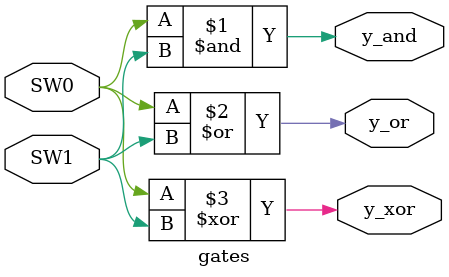
<source format=v>
`timescale 1ns/1ps


module gates(SW0, SW1, y_and, y_or, y_xor);

// Definitions
input SW0;
input SW1;
output y_and;
output y_or;
output y_xor;

and(y_and, SW0, SW1); //bitwise and 
or(y_or, SW0, SW1);  //bitwise or
xor(y_xor, SW0, SW1);  //bitwise xor

endmodule
</source>
